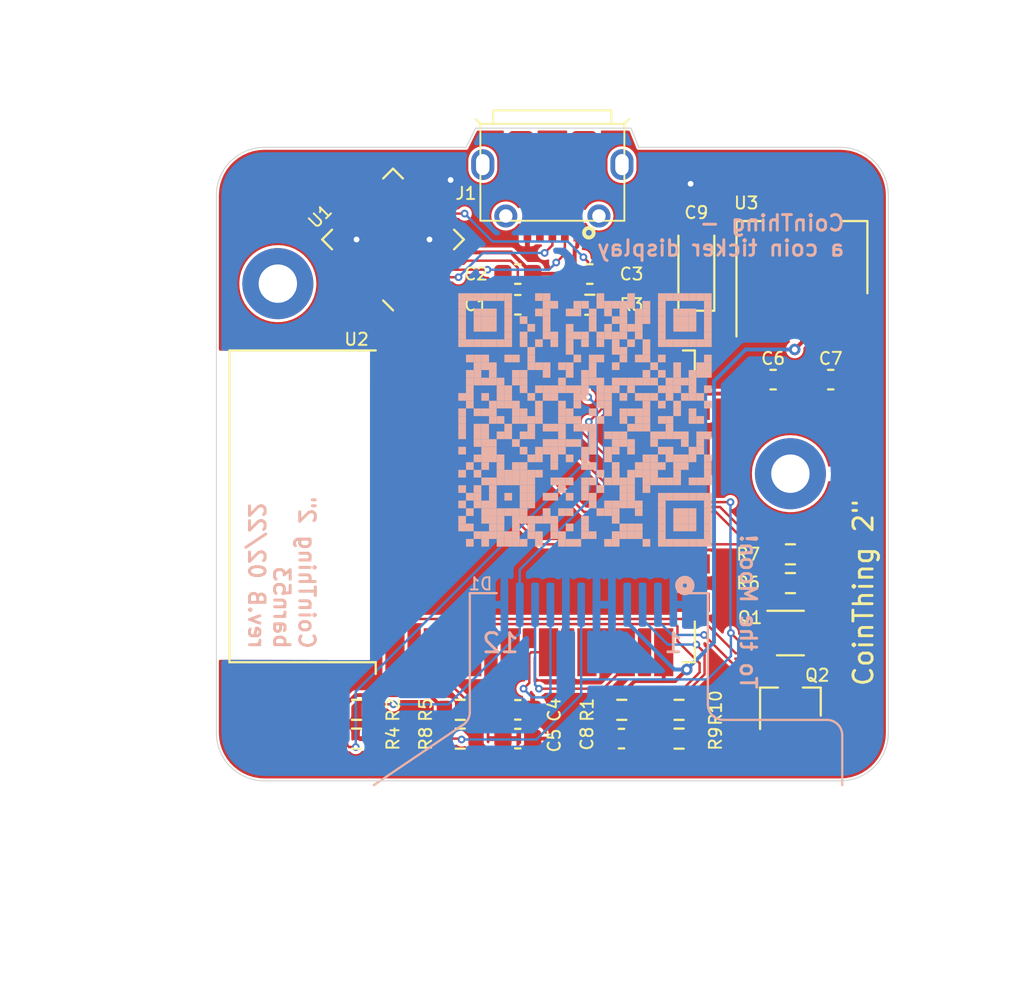
<source format=kicad_pcb>
(kicad_pcb (version 20211014) (generator pcbnew)
  (layers (0 "F.Cu" signal) (31 "B.Cu" signal) (34 "B.Paste" user) (35 "F.Paste" user) (36 "B.SilkS" user "B.Silkscreen") (37 "F.SilkS" user "F.Silkscreen") (38 "B.Mask" user) (39 "F.Mask" user) (44 "Edge.Cuts" user))
  (net 0 "")
  (net 1 "GND")
  (net 2 "/VDD")
  (net 3 "VBUS")
  (net 4 "/~{Reset}")
  (net 5 "+3V3")
  (net 6 "/~{TFT_RES}")
  (net 7 "/TFT_SDA")
  (net 8 "/TFT_SCL")
  (net 9 "/GPIO0")
  (net 10 "/LEDK")
  (net 11 "/D-")
  (net 12 "/D+")
  (net 13 "/RTS")
  (net 14 "/DTR")
  (net 15 "/TFT_BL")
  (net 16 "/TxD")
  (net 17 "/RxD")
  (net 18 "Net-(Q1-Pad2)")
  (net 19 "Net-(Q1-Pad5)")
  (net 20 "/LEDA")
  (net 21 "Net-(Q2-Pad1)")
  (net 22 "Net-(R1-Pad1)")
  (net 23 "Net-(R3-Pad2)")
  (net 24 "Net-(R4-Pad2)")
  (footprint "Capacitor_SMD:C_0603_1608Metric" (layer "F.Cu") (at 160.7 64.2 180)
    (fp_text reference "C1" (at 2.175 0) (layer "F.SilkS") (effects (font (size 0.635 0.635) (thickness 0.1016))))
    (fp_text value "100n")
    (pad "1" smd roundrect locked (at -0.775 0 180) (size 0.9 0.95) (layers "F.Cu" "F.Paste" "F.Mask") (net 2 "/VDD"))
    (pad "2" smd roundrect locked (at 0.775 0 180) (size 0.9 0.95) (layers "F.Cu" "F.Paste" "F.Mask") (net 1 "GND"))
  )
  (footprint "Capacitor_SMD:C_0603_1608Metric" (layer "F.Cu") (at 160.7 62.6 180)
    (fp_text reference "C2" (at 2.175 0) (layer "F.SilkS") (effects (font (size 0.635 0.635) (thickness 0.1016))))
    (fp_text value "4.7u")
    (pad "1" smd roundrect locked (at -0.775 0 180) (size 0.9 0.95) (layers "F.Cu" "F.Paste" "F.Mask") (net 3 "VBUS"))
    (pad "2" smd roundrect locked (at 0.775 0 180) (size 0.9 0.95) (layers "F.Cu" "F.Paste" "F.Mask") (net 1 "GND"))
  )
  (footprint "Capacitor_SMD:C_0603_1608Metric" (layer "F.Cu") (at 164.45 62.6)
    (fp_text reference "C3" (at 2.175 0) (layer "F.SilkS") (effects (font (size 0.635 0.635) (thickness 0.1016))))
    (fp_text value "100n")
    (pad "1" smd roundrect locked (at -0.775 0) (size 0.9 0.95) (layers "F.Cu" "F.Paste" "F.Mask") (net 3 "VBUS"))
    (pad "2" smd roundrect locked (at 0.775 0) (size 0.9 0.95) (layers "F.Cu" "F.Paste" "F.Mask") (net 1 "GND"))
  )
  (footprint "Capacitor_SMD:C_0603_1608Metric" (layer "F.Cu") (at 160.7 85.3)
    (fp_text reference "C4" (at 1.9 0 90) (layer "F.SilkS") (effects (font (size 0.635 0.635) (thickness 0.1016))))
    (fp_text value "100n")
    (pad "1" smd roundrect locked (at -0.775 0) (size 0.9 0.95) (layers "F.Cu" "F.Paste" "F.Mask") (net 4 "/~{Reset}"))
    (pad "2" smd roundrect locked (at 0.775 0) (size 0.9 0.95) (layers "F.Cu" "F.Paste" "F.Mask") (net 1 "GND"))
  )
  (footprint "Capacitor_SMD:C_0603_1608Metric" (layer "F.Cu") (at 160.7 86.8 180)
    (fp_text reference "C5" (at -1.9 -0.1 90) (layer "F.SilkS") (effects (font (size 0.635 0.635) (thickness 0.1016))))
    (fp_text value "100n")
    (pad "1" smd roundrect locked (at -0.775 0 180) (size 0.9 0.95) (layers "F.Cu" "F.Paste" "F.Mask") (net 5 "+3V3"))
    (pad "2" smd roundrect locked (at 0.775 0 180) (size 0.9 0.95) (layers "F.Cu" "F.Paste" "F.Mask") (net 1 "GND"))
  )
  (footprint "Capacitor_SMD:C_0603_1608Metric" (layer "F.Cu") (at 174 68.1 180)
    (fp_text reference "C6" (at 0 1.1) (layer "F.SilkS") (effects (font (size 0.635 0.635) (thickness 0.1016))))
    (fp_text value "1u")
    (pad "1" smd roundrect locked (at -0.775 0 180) (size 0.9 0.95) (layers "F.Cu" "F.Paste" "F.Mask") (net 3 "VBUS"))
    (pad "2" smd roundrect locked (at 0.775 0 180) (size 0.9 0.95) (layers "F.Cu" "F.Paste" "F.Mask") (net 1 "GND"))
  )
  (footprint "Capacitor_SMD:C_0603_1608Metric" (layer "F.Cu") (at 177 68.1)
    (fp_text reference "C7" (at 0 -1.1) (layer "F.SilkS") (effects (font (size 0.635 0.635) (thickness 0.1016))))
    (fp_text value "100n")
    (pad "1" smd roundrect locked (at -0.775 0) (size 0.9 0.95) (layers "F.Cu" "F.Paste" "F.Mask") (net 3 "VBUS"))
    (pad "2" smd roundrect locked (at 0.775 0) (size 0.9 0.95) (layers "F.Cu" "F.Paste" "F.Mask") (net 1 "GND"))
  )
  (footprint "Capacitor_SMD:C_0603_1608Metric" (layer "F.Cu") (at 166.1 86.8 180)
    (fp_text reference "C8" (at 1.8 0 270) (layer "F.SilkS") (effects (font (size 0.635 0.635) (thickness 0.1016))))
    (fp_text value "100n")
    (pad "1" smd roundrect locked (at -0.775 0 180) (size 0.9 0.95) (layers "F.Cu" "F.Paste" "F.Mask") (net 5 "+3V3"))
    (pad "2" smd roundrect locked (at 0.775 0 180) (size 0.9 0.95) (layers "F.Cu" "F.Paste" "F.Mask") (net 1 "GND"))
  )
  (footprint "barn53-kicad:MicroUSB_through_hole_fixing" (layer "F.Cu") (at 162.5 60.1 180)
    (fp_text reference "J1" (at 4.5 1.7 180) (layer "F.SilkS") (effects (font (size 0.635 0.635) (thickness 0.1016))))
    (fp_text value "USB_B_Micro")
    (pad "" thru_hole oval locked (at 3.625 3.2) (size 1.2 1.6) (drill oval 0.7 1.1) (layers *.Cu *.Mask))
    (pad "" thru_hole circle locked (at -2.425 0.525) (size 1.2 1.2) (drill 0.7) (layers *.Cu *.Mask))
    (pad "" thru_hole circle locked (at 2.425 0.525) (size 1.2 1.2) (drill 0.7) (layers *.Cu *.Mask))
    (pad "" thru_hole oval locked (at -3.625 3.2) (size 1.2 1.6) (drill oval 0.7 1.1) (layers *.Cu *.Mask))
    (pad "1" smd rect locked (at -1.3 0 180) (size 0.4 1.6) (layers "F.Cu" "F.Paste" "F.Mask") (net 3 "VBUS"))
    (pad "2" smd rect locked (at -0.65 0 180) (size 0.4 1.6) (layers "F.Cu" "F.Paste" "F.Mask") (net 11 "/D-"))
    (pad "3" smd rect locked (at 0 0 180) (size 0.4 1.6) (layers "F.Cu" "F.Paste" "F.Mask") (net 12 "/D+"))
    (pad "4" smd rect locked (at 0.65 0 180) (size 0.4 1.6) (layers "F.Cu" "F.Paste" "F.Mask"))
    (pad "5" smd rect locked (at 1.3 0 180) (size 0.4 1.6) (layers "F.Cu" "F.Paste" "F.Mask") (net 1 "GND"))
    (pad "6" smd roundrect locked (at 1.65 4.5 180) (size 1.3 0.9) (layers "F.Cu" "F.Paste" "F.Mask") (net 1 "GND"))
    (pad "6" smd roundrect locked (at -1.65 4.5 180) (size 1.3 0.9) (layers "F.Cu" "F.Paste" "F.Mask") (net 1 "GND"))
  )
  (footprint "Package_TO_SOT_SMD:SOT-363_SC-70-6" (layer "F.Cu") (at 174.9 81.3)
    (fp_text reference "Q1" (at -2.1 -0.8) (layer "F.SilkS") (effects (font (size 0.635 0.635) (thickness 0.1016))))
    (fp_text value "BC847BS")
    (pad "1" smd rect locked (at -0.95 -0.65) (size 0.65 0.4) (layers "F.Cu" "F.Paste" "F.Mask") (net 13 "/RTS"))
    (pad "2" smd rect locked (at -0.95 0) (size 0.65 0.4) (layers "F.Cu" "F.Paste" "F.Mask") (net 18 "Net-(Q1-Pad2)"))
    (pad "3" smd rect locked (at -0.95 0.65) (size 0.65 0.4) (layers "F.Cu" "F.Paste" "F.Mask") (net 9 "/GPIO0"))
    (pad "4" smd rect locked (at 0.95 0.65) (size 0.65 0.4) (layers "F.Cu" "F.Paste" "F.Mask") (net 14 "/DTR"))
    (pad "5" smd rect locked (at 0.95 0) (size 0.65 0.4) (layers "F.Cu" "F.Paste" "F.Mask") (net 19 "Net-(Q1-Pad5)"))
    (pad "6" smd rect locked (at 0.95 -0.65) (size 0.65 0.4) (layers "F.Cu" "F.Paste" "F.Mask") (net 4 "/~{Reset}"))
  )
  (footprint "Resistor_SMD:R_0603_1608Metric" (layer "F.Cu") (at 166.116 85.3 180)
    (fp_text reference "R1" (at 1.8 0 90) (layer "F.SilkS") (effects (font (size 0.635 0.635) (thickness 0.1016))))
    (fp_text value "10k")
    (pad "1" smd roundrect locked (at -0.825 0 180) (size 0.8 0.95) (layers "F.Cu" "F.Paste" "F.Mask") (net 22 "Net-(R1-Pad1)"))
    (pad "2" smd roundrect locked (at 0.825 0 180) (size 0.8 0.95) (layers "F.Cu" "F.Paste" "F.Mask") (net 5 "+3V3"))
  )
  (footprint "Resistor_SMD:R_0603_1608Metric" (layer "F.Cu") (at 152.3 85.3 180)
    (fp_text reference "R2" (at -1.9 0 90) (layer "F.SilkS") (effects (font (size 0.635 0.635) (thickness 0.1016))))
    (fp_text value "10k")
    (pad "1" smd roundrect locked (at -0.825 0 180) (size 0.8 0.95) (layers "F.Cu" "F.Paste" "F.Mask") (net 6 "/~{TFT_RES}"))
    (pad "2" smd roundrect locked (at 0.825 0 180) (size 0.8 0.95) (layers "F.Cu" "F.Paste" "F.Mask") (net 5 "+3V3"))
  )
  (footprint "Resistor_SMD:R_0603_1608Metric" (layer "F.Cu") (at 164.45 64.2)
    (fp_text reference "R3" (at 2.175 0) (layer "F.SilkS") (effects (font (size 0.635 0.635) (thickness 0.1016))))
    (fp_text value "10k")
    (pad "1" smd roundrect locked (at -0.825 0) (size 0.8 0.95) (layers "F.Cu" "F.Paste" "F.Mask") (net 2 "/VDD"))
    (pad "2" smd roundrect locked (at 0.825 0) (size 0.8 0.95) (layers "F.Cu" "F.Paste" "F.Mask") (net 23 "Net-(R3-Pad2)"))
  )
  (footprint "Resistor_SMD:R_0603_1608Metric" (layer "F.Cu") (at 152.3 86.8 180)
    (fp_text reference "R4" (at -1.9 0 90) (layer "F.SilkS") (effects (font (size 0.635 0.635) (thickness 0.1016))))
    (fp_text value "10k")
    (pad "1" smd roundrect locked (at -0.825 0 180) (size 0.8 0.95) (layers "F.Cu" "F.Paste" "F.Mask") (net 1 "GND"))
    (pad "2" smd roundrect locked (at 0.825 0 180) (size 0.8 0.95) (layers "F.Cu" "F.Paste" "F.Mask") (net 24 "Net-(R4-Pad2)"))
  )
  (footprint "Resistor_SMD:R_0603_1608Metric" (layer "F.Cu") (at 157.7 85.3 180)
    (fp_text reference "R5" (at 1.8 0 90) (layer "F.SilkS") (effects (font (size 0.635 0.635) (thickness 0.1016))))
    (fp_text value "10k")
    (pad "1" smd roundrect locked (at -0.825 0 180) (size 0.8 0.95) (layers "F.Cu" "F.Paste" "F.Mask") (net 4 "/~{Reset}"))
    (pad "2" smd roundrect locked (at 0.825 0 180) (size 0.8 0.95) (layers "F.Cu" "F.Paste" "F.Mask") (net 5 "+3V3"))
  )
  (footprint "Resistor_SMD:R_0603_1608Metric" (layer "F.Cu") (at 174.9 78.7 180)
    (fp_text reference "R6" (at 2.2 0) (layer "F.SilkS") (effects (font (size 0.635 0.635) (thickness 0.1016))))
    (fp_text value "10k")
    (pad "1" smd roundrect locked (at -0.825 0 180) (size 0.8 0.95) (layers "F.Cu" "F.Paste" "F.Mask") (net 18 "Net-(Q1-Pad2)"))
    (pad "2" smd roundrect locked (at 0.825 0 180) (size 0.8 0.95) (layers "F.Cu" "F.Paste" "F.Mask") (net 14 "/DTR"))
  )
  (footprint "Resistor_SMD:R_0603_1608Metric" (layer "F.Cu") (at 169.1 86.8)
    (fp_text reference "R9" (at 1.9 0 90) (layer "F.SilkS") (effects (font (size 0.635 0.635) (thickness 0.1016))))
    (fp_text value "27")
    (pad "1" smd roundrect locked (at -0.825 0) (size 0.8 0.95) (layers "F.Cu" "F.Paste" "F.Mask") (net 20 "/LEDA"))
    (pad "2" smd roundrect locked (at 0.825 0) (size 0.8 0.95) (layers "F.Cu" "F.Paste" "F.Mask") (net 3 "VBUS"))
  )
  (footprint "Resistor_SMD:R_0603_1608Metric" (layer "F.Cu") (at 169.1 85.3)
    (fp_text reference "R10" (at 1.9 -0.1 90) (layer "F.SilkS") (effects (font (size 0.635 0.635) (thickness 0.1016))))
    (fp_text value "1k")
    (pad "1" smd roundrect locked (at -0.825 0) (size 0.8 0.95) (layers "F.Cu" "F.Paste" "F.Mask") (net 21 "Net-(Q2-Pad1)"))
    (pad "2" smd roundrect locked (at 0.825 0) (size 0.8 0.95) (layers "F.Cu" "F.Paste" "F.Mask") (net 15 "/TFT_BL"))
  )
  (footprint "Package_DFN_QFN:QFN-28-1EP_5x5mm_P0.5mm_EP3.35x3.35mm" (layer "F.Cu") (at 154.2 60.8 135)
    (fp_text reference "U1" (at 3.535534 -1.838478 225) (layer "F.SilkS") (effects (font (size 0.635 0.635) (thickness 0.1016))))
    (fp_text value "CP2102-GMR_NRND")
    (pad "1" smd roundrect locked (at -2.45 -1.5 135) (size 0.8 0.25) (layers "F.Cu" "F.Paste" "F.Mask"))
    (pad "2" smd roundrect locked (at -2.45 -1 135) (size 0.8 0.25) (layers "F.Cu" "F.Paste" "F.Mask"))
    (pad "3" smd roundrect locked (at -2.45 -0.5 135) (size 0.8 0.25) (layers "F.Cu" "F.Paste" "F.Mask") (net 1 "GND"))
    (pad "4" smd roundrect locked (at -2.45 0 135) (size 0.8 0.25) (layers "F.Cu" "F.Paste" "F.Mask") (net 12 "/D+"))
    (pad "5" smd roundrect locked (at -2.45 0.5 135) (size 0.8 0.25) (layers "F.Cu" "F.Paste" "F.Mask") (net 11 "/D-"))
    (pad "6" smd roundrect locked (at -2.45 1 135) (size 0.8 0.25) (layers "F.Cu" "F.Paste" "F.Mask") (net 2 "/VDD"))
    (pad "7" smd roundrect locked (at -2.45 1.5 135) (size 0.8 0.25) (layers "F.Cu" "F.Paste" "F.Mask") (net 3 "VBUS"))
    (pad "8" smd roundrect locked (at -1.5 2.45 135) (size 0.25 0.8) (layers "F.Cu" "F.Paste" "F.Mask") (net 3 "VBUS"))
    (pad "9" smd roundrect locked (at -1 2.45 135) (size 0.25 0.8) (layers "F.Cu" "F.Paste" "F.Mask") (net 23 "Net-(R3-Pad2)"))
    (pad "10" smd roundrect locked (at -0.5 2.45 135) (size 0.25 0.8) (layers "F.Cu" "F.Paste" "F.Mask"))
    (pad "11" smd roundrect locked (at 0 2.45 135) (size 0.25 0.8) (layers "F.Cu" "F.Paste" "F.Mask"))
    (pad "12" smd roundrect locked (at 0.5 2.45 135) (size 0.25 0.8) (layers "F.Cu" "F.Paste" "F.Mask"))
    (pad "13" smd roundrect locked (at 1 2.45 135) (size 0.25 0.8) (layers "F.Cu" "F.Paste" "F.Mask"))
    (pad "14" smd roundrect locked (at 1.5 2.45 135) (size 0.25 0.8) (layers "F.Cu" "F.Paste" "F.Mask"))
    (pad "15" smd roundrect locked (at 2.45 1.5 135) (size 0.8 0.25) (layers "F.Cu" "F.Paste" "F.Mask"))
    (pad "16" smd roundrect locked (at 2.45 1 135) (size 0.8 0.25) (layers "F.Cu" "F.Paste" "F.Mask"))
    (pad "17" smd roundrect locked (at 2.45 0.5 135) (size 0.8 0.25) (layers "F.Cu" "F.Paste" "F.Mask"))
    (pad "18" smd roundrect locked (at 2.45 0 135) (size 0.8 0.25) (layers "F.Cu" "F.Paste" "F.Mask"))
    (pad "19" smd roundrect locked (at 2.45 -0.5 135) (size 0.8 0.25) (layers "F.Cu" "F.Paste" "F.Mask"))
    (pad "20" smd roundrect locked (at 2.45 -1 135) (size 0.8 0.25) (layers "F.Cu" "F.Paste" "F.Mask"))
    (pad "21" smd roundrect locked (at 2.45 -1.5 135) (size 0.8 0.25) (layers "F.Cu" "F.Paste" "F.Mask"))
    (pad "22" smd roundrect locked (at 1.5 -2.45 135) (size 0.25 0.8) (layers "F.Cu" "F.Paste" "F.Mask"))
    (pad "23" smd roundrect locked (at 1 -2.45 135) (size 0.25 0.8) (layers "F.Cu" "F.Paste" "F.Mask"))
    (pad "24" smd roundrect locked (at 0.5 -2.45 135) (size 0.25 0.8) (layers "F.Cu" "F.Paste" "F.Mask") (net 13 "/RTS"))
    (pad "25" smd roundrect locked (at 0 -2.45 135) (size 0.25 0.8) (layers "F.Cu" "F.Paste" "F.Mask") (net 17 "/RxD"))
    (pad "26" smd roundrect locked (at -0.5 -2.45 135) (size 0.25 0.8) (layers "F.Cu" "F.Paste" "F.Mask") (net 16 "/TxD"))
    (pad "27" smd roundrect locked (at -1 -2.45 135) (size 0.25 0.8) (layers "F.Cu" "F.Paste" "F.Mask"))
    (pad "28" smd roundrect locked (at -1.5 -2.45 135) (size 0.25 0.8) (layers "F.Cu" "F.Paste" "F.Mask") (net 14 "/DTR"))
    (pad "29" smd rect locked (at 0 0 135) (size 3.35 3.35) (layers "F.Cu" "F.Mask") (net 1 "GND"))
  )
  (footprint "barn53-kicad:ESP-12E" (layer "F.Cu") (at 157.8 74.7 90)
    (fp_text reference "U2" (at 8.7 -5.5 180) (layer "F.SilkS") (effects (font (size 0.635 0.635) (thickness 0.1016))))
    (fp_text value "ESP-12E")
    (pad "1" smd rect locked (at -7.6 -3.5 90) (size 2.5 1) (layers "F.Cu" "F.Paste" "F.Mask") (net 4 "/~{Reset}"))
    (pad "2" smd rect locked (at -7.6 -1.5 90) (size 2.5 1) (layers "F.Cu" "F.Paste" "F.Mask"))
    (pad "3" smd rect locked (at -7.6 0.5 90) (size 2.5 1) (layers "F.Cu" "F.Paste" "F.Mask") (net 22 "Net-(R1-Pad1)"))
    (pad "4" smd rect locked (at -7.6 2.5 90) (size 2.5 1) (layers "F.Cu" "F.Paste" "F.Mask") (net 4 "/~{Reset}"))
    (pad "5" smd rect locked (at -7.6 4.5 90) (size 2.5 1) (layers "F.Cu" "F.Paste" "F.Mask") (net 8 "/TFT_SCL"))
    (pad "6" smd rect locked (at -7.6 6.5 90) (size 2.5 1) (layers "F.Cu" "F.Paste" "F.Mask"))
    (pad "7" smd rect locked (at -7.6 8.5 90) (size 2.5 1) (layers "F.Cu" "F.Paste" "F.Mask") (net 7 "/TFT_SDA"))
    (pad "8" smd rect locked (at -7.6 10.5 90) (size 2.5 1) (layers "F.Cu" "F.Paste" "F.Mask") (net 5 "+3V3"))
    (pad "9" smd rect locked (at -5 12 90) (size 1 1.8) (layers "F.Cu" "F.Paste" "F.Mask"))
    (pad "10" smd rect locked (at -3 12 90) (size 1 1.8) (layers "F.Cu" "F.Paste" "F.Mask"))
    (pad "11" smd rect locked (at -1 12 90) (size 1 1.8) (layers "F.Cu" "F.Paste" "F.Mask"))
    (pad "12" smd rect locked (at 1 12 90) (size 1 1.8) (layers "F.Cu" "F.Paste" "F.Mask"))
    (pad "13" smd rect locked (at 3 12 90) (size 1 1.8) (layers "F.Cu" "F.Paste" "F.Mask"))
    (pad "14" smd rect locked (at 5 12 90) (size 1 1.8) (layers "F.Cu" "F.Paste" "F.Mask"))
    (pad "15" smd rect locked (at 7.6 10.5 90) (size 2.5 1) (layers "F.Cu" "F.Paste" "F.Mask") (net 1 "GND"))
    (pad "16" smd rect locked (at 7.6 8.5 90) (size 2.5 1) (layers "F.Cu" "F.Paste" "F.Mask") (net 24 "Net-(R4-Pad2)"))
    (pad "17" smd rect locked (at 7.6 6.5 90) (size 2.5 1) (layers "F.Cu" "F.Paste" "F.Mask") (net 6 "/~{TFT_RES}"))
    (pad "18" smd rect locked (at 7.6 4.5 90) (size 2.5 1) (layers "F.Cu" "F.Paste" "F.Mask") (net 9 "/GPIO0"))
    (pad "19" smd rect locked (at 7.6 2.5 90) (size 2.5 1) (layers "F.Cu" "F.Paste" "F.Mask") (net 15 "/TFT_BL"))
    (pad "20" smd rect locked (at 7.6 0.5 90) (size 2.5 1) (layers "F.Cu" "F.Paste" "F.Mask"))
    (pad "21" smd rect locked (at 7.6 -1.5 90) (size 2.5 1) (layers "F.Cu" "F.Paste" "F.Mask") (net 16 "/TxD"))
    (pad "22" smd rect locked (at 7.6 -3.5 90) (size 2.5 1) (layers "F.Cu" "F.Paste" "F.Mask") (net 17 "/RxD"))
  )
  (footprint "Package_TO_SOT_SMD:SOT-223-3_TabPin2" (layer "F.Cu") (at 175.5 61.75 90)
    (fp_text reference "U3" (at 2.85 -2.9 180) (layer "F.SilkS") (effects (font (size 0.635 0.635) (thickness 0.1016))))
    (fp_text value "AMS1117-3.3")
    (pad "1" smd rect locked (at -3.15 -2.3 90) (size 2 1.5) (layers "F.Cu" "F.Paste" "F.Mask") (net 1 "GND"))
    (pad "2" smd rect locked (at -3.15 0 90) (size 2 1.5) (layers "F.Cu" "F.Paste" "F.Mask") (net 5 "+3V3"))
    (pad "2" smd rect locked (at 3.15 0 90) (size 2 3.8) (layers "F.Cu" "F.Paste" "F.Mask") (net 5 "+3V3"))
    (pad "3" smd rect locked (at -3.15 2.3 90) (size 2 1.5) (layers "F.Cu" "F.Paste" "F.Mask") (net 3 "VBUS"))
  )
  (footprint "Package_TO_SOT_SMD:SOT-23" (layer "F.Cu") (at 174.9 84.9 90)
    (fp_text reference "Q2" (at 1.4 1.4) (layer "F.SilkS") (effects (font (size 0.635 0.635) (thickness 0.1016))))
    (fp_text value "S8050_J3Y")
    (pad "1" smd rect locked (at -1 -0.95 90) (size 0.9 0.8) (layers "F.Cu" "F.Paste" "F.Mask") (net 21 "Net-(Q2-Pad1)"))
    (pad "2" smd rect locked (at -1 0.95 90) (size 0.9 0.8) (layers "F.Cu" "F.Paste" "F.Mask") (net 1 "GND"))
    (pad "3" smd rect locked (at 1 0 90) (size 0.9 0.8) (layers "F.Cu" "F.Paste" "F.Mask") (net 10 "/LEDK"))
  )
  (footprint "MountingHole" (layer "F.Cu") (at 144.7 62.3)
    (fp_text reference "h1" hide)
    (fp_text value "MountingHole" hide)
    (pad "" thru_hole circle locked (at 3.5 0.8) (size 3.7 3.7) (drill 2) (layers *.Cu *.Mask))
  )
  (footprint "MountingHole" (layer "F.Cu") (at 171.4 72.2)
    (fp_text reference "h2" hide)
    (fp_text value "MountingHole" hide)
    (pad "" thru_hole circle locked (at 3.5 0.8) (size 3.7 3.7) (drill 2) (layers *.Cu *.Mask))
  )
  (footprint "barn53-kicad:IPS_Display_240x320_FPC_105deg" (layer "F.Cu") (at 168.8 79.823)
    (fp_text reference "D1" (at -10.05 -1.083) (layer "B.SilkS") (effects (font (size 0.635 0.635) (thickness 0.1016)) (justify mirror)))
    (fp_text value "IPSDisplay_240x320")
    (fp_text user "1" (at 0 2) (layer "B.SilkS") (effects (justify mirror)))
    (fp_text user "12" (at -9 2) (layer "B.SilkS") (effects (justify mirror)))
    (pad "1" smd roundrect locked (at 0 0) (size 0.4 2.3) (layers "B.Cu" "B.Paste" "B.Mask") (net 1 "GND"))
    (pad "2" smd roundrect locked (at -0.8 0) (size 0.4 2.3) (layers "B.Cu" "B.Paste" "B.Mask") (net 10 "/LEDK"))
    (pad "3" smd roundrect locked (at -1.6 0) (size 0.4 2.3) (layers "B.Cu" "B.Paste" "B.Mask") (net 20 "/LEDA"))
    (pad "4" smd roundrect locked (at -2.4 0) (size 0.4 2.3) (layers "B.Cu" "B.Paste" "B.Mask") (net 5 "+3V3"))
    (pad "5" smd roundrect locked (at -3.2 0) (size 0.4 2.3) (layers "B.Cu" "B.Paste" "B.Mask") (net 1 "GND"))
    (pad "6" smd roundrect locked (at -4 0) (size 0.4 2.3) (layers "B.Cu" "B.Paste" "B.Mask") (net 1 "GND"))
    (pad "7" smd roundrect locked (at -4.8 0) (size 0.4 2.3) (layers "B.Cu" "B.Paste" "B.Mask") (net 9 "/GPIO0"))
    (pad "8" smd roundrect locked (at -5.6 0) (size 0.4 2.3) (layers "B.Cu" "B.Paste" "B.Mask") (net 1 "GND"))
    (pad "9" smd roundrect locked (at -6.4 0) (size 0.4 2.3) (layers "B.Cu" "B.Paste" "B.Mask") (net 8 "/TFT_SCL"))
    (pad "10" smd roundrect locked (at -7.2 0) (size 0.4 2.3) (layers "B.Cu" "B.Paste" "B.Mask") (net 7 "/TFT_SDA"))
    (pad "11" smd roundrect locked (at -8 0) (size 0.4 2.3) (layers "B.Cu" "B.Paste" "B.Mask") (net 6 "/~{TFT_RES}"))
    (pad "12" smd roundrect locked (at -8.8 0) (size 0.4 2.3) (layers "B.Cu" "B.Paste" "B.Mask") (net 1 "GND"))
  )
  (footprint "Resistor_SMD:R_0603_1608Metric" (layer "F.Cu") (at 157.7 86.8)
    (fp_text reference "R8" (at -1.8 0 90) (layer "F.SilkS") (effects (font (size 0.635 0.635) (thickness 0.1016))))
    (fp_text value "10k")
    (pad "1" smd roundrect locked (at -0.825 0) (size 0.8 0.95) (layers "F.Cu" "F.Paste" "F.Mask") (net 9 "/GPIO0"))
    (pad "2" smd roundrect locked (at 0.825 0) (size 0.8 0.95) (layers "F.Cu" "F.Paste" "F.Mask") (net 5 "+3V3"))
  )
  (footprint "Capacitor_Tantalum_SMD:CP_EIA-3216-18_Kemet-A" (layer "F.Cu") (at 170 62.2 90)
    (fp_text reference "C9" (at 2.8 0) (layer "F.SilkS") (effects (font (size 0.635 0.635) (thickness 0.1016))))
    (fp_text value "22u")
    (pad "1" smd roundrect locked (at -1.35 0 90) (size 1.4 1.35) (layers "F.Cu" "F.Paste" "F.Mask") (roundrect_rratio 0.185185) (net 5 "+3V3"))
    (pad "2" smd roundrect locked (at 1.35 0 90) (size 1.4 1.35) (layers "F.Cu" "F.Paste" "F.Mask") (roundrect_rratio 0.185185) (net 1 "GND"))
  )
  (footprint "Resistor_SMD:R_0603_1608Metric" (layer "F.Cu") (at 174.9 77.2)
    (fp_text reference "R7" (at -2.2 0) (layer "F.SilkS") (effects (font (size 0.635 0.635) (thickness 0.1016))))
    (fp_text value "10k")
    (pad "1" smd roundrect locked (at -0.825 0) (size 0.8 0.95) (layers "F.Cu" "F.Paste" "F.Mask") (net 13 "/RTS"))
    (pad "2" smd roundrect locked (at 0.825 0) (size 0.8 0.95) (layers "F.Cu" "F.Paste" "F.Mask") (net 19 "Net-(Q1-Pad5)"))
  )
  (footprint "https:__github.com_barn53_CoinThing_tree_2inch" (layer "B.Cu") (at 164.2 70.2 180)
    (fp_text reference "QR*****" hide)
    (fp_text value "https://github.com/barn53/CoinThing/tree/2inch" hide)
  )
  (gr_line (start 145 86.5) (end 145 58.5) (layer "Edge.Cuts") (width 0.05))
  (gr_line (start 156.95 56) (end 147.5 56) (layer "Edge.Cuts") (width 0.05))
  (gr_line (start 158 56) (end 156.95 56) (layer "Edge.Cuts") (width 0.05))
  (gr_line (start 180 58.5) (end 180 86.5) (layer "Edge.Cuts") (width 0.05))
  (gr_arc (start 177.5 56) (mid 179.267767 56.732233) (end 180 58.5) (layer "Edge.Cuts") (width 0.05))
  (gr_line (start 158.5 55) (end 166.6 55) (layer "Edge.Cuts") (width 0.05))
  (gr_line (start 177.5 56) (end 168.05 56) (layer "Edge.Cuts") (width 0.05))
  (gr_line (start 167 56) (end 168.05 56) (layer "Edge.Cuts") (width 0.05))
  (gr_arc (start 147.5 89) (mid 145.732233 88.267767) (end 145 86.5) (layer "Edge.Cuts") (width 0.05))
  (gr_arc (start 145 58.5) (mid 145.732233 56.732233) (end 147.5 56) (layer "Edge.Cuts") (width 0.05))
  (gr_arc (start 180 86.5) (mid 179.267767 88.267767) (end 177.5 89) (layer "Edge.Cuts") (width 0.05))
  (gr_line (start 158.5 55) (end 158 56) (layer "Edge.Cuts") (width 0.05))
  (gr_line (start 166.6 55) (end 167 56) (layer "Edge.Cuts") (width 0.05))
  (gr_line (start 177.5 89) (end 147.5 89) (layer "Edge.Cuts") (width 0.05))
  (gr_text "CoinThing -\na coin ticker display" (at 177.8 60.6) (layer "B.SilkS") (effects (font (size 0.8128 0.8128) (thickness 0.1524)) (justify left mirror)))
  (gr_text "CoinThing 2{dblquote}\nbarn53\nrev.B 02/22" (at 148.4 82.2 -90) (layer "B.SilkS") (effects (font (size 0.8128 0.8128) (thickness 0.1524)) (justify left mirror)))
  (gr_text "To the Moon!" (at 172.7 84.3 270) (layer "B.SilkS") (effects (font (size 0.8128 0.8128) (thickness 0.1524)) (justify left mirror)))
  (gr_text "CoinThing 2\"" (at 178.7 79.2 90) (layer "F.SilkS") (effects (font (size 1 1))))
  (segment (start 154.2 61.507107) (end 154.2 60.8) (width 0.2032) (layer "F.Cu") (net 1))
  (segment (start 155.578858 62.885965) (end 154.2 61.507107) (width 0.2032) (layer "F.Cu") (net 1))
  (via (at 156.1 60.8) (size 0.6) (drill 0.3) (layers "F.Cu" "B.Cu") (net 1))
  (via (at 169.7 57.9) (size 0.6) (drill 0.3) (layers "F.Cu" "B.Cu") (net 1))
  (via (at 157.2 57.7) (size 0.6) (drill 0.3) (layers "F.Cu" "B.Cu") (net 1))
  (via (at 152.3 60.8) (size 0.6) (drill 0.3) (layers "F.Cu" "B.Cu") (net 1))
  (segment (start 160.7 63.425) (end 161.475 64.2) (width 0.127) (layer "F.Cu") (net 2))
  (segment (start 156.8741 62.0599) (end 157.8744 62.0599) (width 0.127) (layer "F.Cu") (net 2))
  (segment (start 157.8744 62.0599) (end 158.0303 61.904) (width 0.127) (layer "F.Cu") (net 2))
  (segment (start 160.7 62.2745) (end 160.7 63.425) (width 0.127) (layer "F.Cu") (net 2))
  (segment (start 158.0303 61.904) (end 160.3295 61.904) (width 0.127) (layer "F.Cu") (net 2))
  (segment (start 163.625 64.2) (end 161.475 64.2) (width 0.127) (layer "F.Cu") (net 2))
  (segment (start 160.3295 61.904) (end 160.7 62.2745) (width 0.127) (layer "F.Cu") (net 2))
  (segment (start 156.6395 61.8253) (end 156.8741 62.0599) (width 0.127) (layer "F.Cu") (net 2))
  (segment (start 161.488 62.587) (end 161.475 62.6) (width 0.2032) (layer "F.Cu") (net 3))
  (segment (start 166.996489 65.596489) (end 165.490489 65.596489) (width 0.2032) (layer "F.Cu") (net 3))
  (segment (start 163.8 61.1543) (end 163.662 61.2923) (width 0.2032) (layer "F.Cu") (net 3))
  (segment (start 156.9931 61.4718) (end 156.9931 60.1282) (width 0.2032) (layer "F.Cu") (net 3))
  (segment (start 177.8 64.9) (end 177.8 66.525) (width 0.2032) (layer "F.Cu") (net 3))
  (segment (start 174.775 68.1) (end 174.04648 68.82852) (width 0.2032) (layer "F.Cu") (net 3))
  (segment (start 163.8 60.1) (end 163.8 61.1543) (width 0.2032) (layer "F.Cu") (net 3))
  (segment (start 177.8 66.525) (end 176.225 68.1) (width 0.2032) (layer "F.Cu") (net 3))
  (segment (start 174.04648 68.82852) (end 167.771498 68.82852) (width 0.2032) (layer "F.Cu") (net 3))
  (segment (start 174.2957 86.8) (end 174.7743 86.3214) (width 0.2032) (layer "F.Cu") (net 3))
  (segment (start 160.3468 61.4718) (end 161.475 62.6) (width 0.2032) (layer "F.Cu") (net 3))
  (segment (start 176.225 68.1) (end 174.775 68.1) (width 0.2032) (layer "F.Cu") (net 3))
  (segment (start 163.662 62.587) (end 161.488 62.587) (width 0.2032) (layer "F.Cu") (net 3))
  (segment (start 167.546489 68.603511) (end 167.546489 66.146489) (width 0.2032) (layer "F.Cu") (net 3))
  (segment (start 174.7743 85.642) (end 177.2384 83.1779) (width 0.2032) (layer "F.Cu") (net 3))
  (segment (start 156.9931 61.4718) (end 160.3468 61.4718) (width 0.2032) (layer "F.Cu") (net 3))
  (segment (start 167.546489 66.146489) (end 166.996489 65.596489) (width 0.2032) (layer "F.Cu") (net 3))
  (segment (start 164.576 64.682) (end 164.576 63.501) (width 0.2032) (layer "F.Cu") (net 3))
  (segment (start 164.576 63.501) (end 163.675 62.6) (width 0.2032) (layer "F.Cu") (net 3))
  (segment (start 167.771498 68.82852) (end 167.546489 68.603511) (width 0.2032) (layer "F.Cu") (net 3))
  (segment (start 169.925 86.8) (end 174.2957 86.8) (width 0.2032) (layer "F.Cu") (net 3))
  (segment (start 165.490489 65.596489) (end 164.576 64.682) (width 0.2032) (layer "F.Cu") (net 3))
  (segment (start 177.2384 83.1779) (end 177.2384 69.1134) (width 0.2032) (layer "F.Cu") (net 3))
  (segment (start 177.2384 69.1134) (end 176.225 68.1) (width 0.2032) (layer "F.Cu") (net 3))
  (segment (start 163.662 62.587) (end 163.675 62.6) (width 0.2032) (layer "F.Cu") (net 3))
  (segment (start 174.7743 86.3214) (end 174.7743 85.642) (width 0.2032) (layer "F.Cu") (net 3))
  (segment (start 163.662 61.2923) (end 163.662 62.587) (width 0.2032) (layer "F.Cu") (net 3))
  (segment (start 160.3 82.9568) (end 160.3 83.7408) (width 0.127) (layer "F.Cu") (net 4))
  (segment (start 155.2818 80.5682) (end 154.3 81.55) (width 0.127) (layer "F.Cu") (net 4))
  (segment (start 175.3342 80.65) (end 175.3342 81.3645) (width 0.127) (layer "F.Cu") (net 4))
  (segment (start 174.3455 82.3532) (end 172.0532 82.3532) (width 0.127) (layer "F.Cu") (net 4))
  (segment (start 157.3318 80.5682) (end 155.2818 80.5682) (width 0.127) (layer "F.Cu") (net 4))
  (segment (start 172.0532 82.3532) (end 170.2682 80.5682) (width 0.127) (layer "F.Cu") (net 4))
  (segment (start 170.2682 80.5682) (end 157.3318 80.5682) (width 0.127) (layer "F.Cu") (net 4))
  (segment (start 157.2 83.975) (end 158.525 85.3) (width 0.127) (layer "F.Cu") (net 4))
  (segment (start 160.3 82.9568) (end 160.3 82.3) (width 0.127) (layer "F.Cu") (net 4))
  (segment (start 154.3 81.55) (end 154.3 82.3) (width 0.127) (layer "F.Cu") (net 4))
  (segment (start 157.2 80.7) (end 157.2 83.975) (width 0.127) (layer "F.Cu") (net 4))
  (segment (start 175.3342 81.3645) (end 174.3455 82.3532) (width 0.127) (layer "F.Cu") (net 4))
  (segment (start 159.925 85.3) (end 158.525 85.3) (width 0.127) (layer "F.Cu") (net 4))
  (segment (start 159.925 85.3) (end 159.925 84.1158) (width 0.127) (layer "F.Cu") (net 4))
  (segment (start 175.85 80.65) (end 175.3342 80.65) (width 0.127) (layer "F.Cu") (net 4))
  (segment (start 159.925 84.1158) (end 160.3 83.7408) (width 0.127) (layer "F.Cu") (net 4))
  (segment (start 157.3318 80.5682) (end 157.2 80.7) (width 0.127) (layer "F.Cu") (net 4))
  (segment (start 165.291 85.3) (end 163.791 86.8) (width 0.2032) (layer "F.Cu") (net 5))
  (segment (start 158.375 86.8) (end 156.875 85.3) (width 0.2032) (layer "F.Cu") (net 5))
  (segment (start 166.791 86.8) (end 165.291 85.3) (width 0.2032) (layer "F.Cu") (net 5))
  (segment (start 156.875 85.3) (end 156.1081 84.5331) (width 0.2032) (layer "F.Cu") (net 5))
  (segment (start 175.5 64.9) (end 175.5 66.1543) (width 0.2032) (layer "F.Cu") (net 5))
  (segment (start 175.5 64.9) (end 174.4957 64.9) (width 0.2032) (layer "F.Cu") (net 5))
  (segment (start 173.3457 63.55) (end 173.3457 58.6) (width 0.2032) (layer "F.Cu") (net 5))
  (segment (start 174.4957 64.0212) (end 174.4957 64.9) (width 0.2032) (layer "F.Cu") (net 5))
  (segment (start 168.8957 83.8043) (end 169.5 83.2) (width 0.2032) (layer "F.Cu") (net 5))
  (segment (start 166.875 86.8) (end 166.791 86.8) (width 0.2032) (layer "F.Cu") (net 5))
  (segment (start 173.3457 63.55) (end 174.0245 63.55) (width 0.2032) (layer "F.Cu") (net 5))
  (segment (start 174.0245 63.55) (end 174.4957 64.0212) (width 0.2032) (layer "F.Cu") (net 5))
  (segment (start 168.3 83.8043) (end 166.7867 83.8043) (width 0.2032) (layer "F.Cu") (net 5))
  (segment (start 160.7276 87.5474) (end 161.475 86.8) (width 0.2032) (layer "F.Cu") (net 5))
  (segment (start 175.5 58.6) (end 173.3457 58.6) (width 0.2032) (layer "F.Cu") (net 5))
  (segment (start 168.3 82.3) (end 168.3 83.8043) (width 0.2032) (layer "F.Cu") (net 5))
  (segment (start 175.1234 66.5309) (end 175.5 66.1543) (width 0.2032) (layer "F.Cu") (net 5))
  (segment (start 156.1081 84.5331) (end 152.2419 84.5331) (width 0.2032) (layer "F.Cu") (net 5))
  (segment (start 152.2419 84.5331) (end 151.475 85.3) (width 0.2032) (layer "F.Cu") (net 5))
  (segment (start 166.7867 83.8043) (end 165.291 85.3) (width 0.2032) (layer "F.Cu") (net 5))
  (segment (start 168.3 83.8043) (end 168.8957 83.8043) (width 0.2032) (layer "F.Cu") (net 5))
  (segment (start 158.525 86.8) (end 159.2724 87.5474) (width 0.2032) (layer "F.Cu") (net 5))
  (segment (start 170 63.55) (end 173.3457 63.55) (width 0.2032) (layer "F.Cu") (net 5))
  (segment (start 158.525 86.8) (end 158.375 86.8) (width 0.2032) (layer "F.Cu") (net 5))
  (segment (start 159.2724 87.5474) (end 160.7276 87.5474) (width 0.2032) (layer "F.Cu") (net 5))
  (segment (start 163.791 86.8) (end 161.475 86.8) (width 0.2032) (layer "F.Cu") (net 5))
  (via (at 175.1234 66.5309) (size 0.6) (drill 0.3) (layers "F.Cu" "B.Cu") (net 5))
  (via (at 169.5 83.2) (size 0.6) (drill 0.3) (layers "F.Cu" "B.Cu") (net 5))
  (segment (start 166.4 79.823) (end 166.4 80.7454) (width 0.2032) (layer "B.Cu") (net 5))
  (segment (start 170.9201 68.1799) (end 170.9201 81.7799) (width 0.2032) (layer "B.Cu") (net 5))
  (segment (start 166.4 80.7454) (end 168.8546 83.2) (width 0.2032) (layer "B.Cu") (net 5))
  (segment (start 172.5691 66.5309) (end 170.9201 68.1799) (width 0.2032) (layer "B.Cu") (net 5))
  (segment (start 168.8546 83.2) (end 169.5 83.2) (width 0.2032) (layer "B.Cu") (net 5))
  (segment (start 170.9201 81.7799) (end 169.5 83.2) (width 0.2032) (layer "B.Cu") (net 5))
  (segment (start 175.1234 66.5309) (end 172.5691 66.5309) (width 0.2032) (layer "B.Cu") (net 5))
  (segment (start 164.3 67.1) (end 164.3 68.9398) (width 0.127) (layer "F.Cu") (net 6))
  (segment (start 153.412 85.013) (end 154.2183 85.013) (width 0.127) (layer "F.Cu") (net 6))
  (segment (start 153.125 85.3) (end 153.412 85.013) (width 0.127) (layer "F.Cu") (net 6))
  (segment (start 164.3 68.9398) (end 164.3697 69.0095) (width 0.127) (layer "F.Cu") (net 6))
  (via (at 154.2183 85.013) (size 0.4) (drill 0.2) (layers "F.Cu" "B.Cu") (net 6))
  (via (at 164.3697 69.0095) (size 0.4) (drill 0.2) (layers "F.Cu" "B.Cu") (net 6))
  (segment (start 160.8 79.823) (end 160.8 81.3) (width 0.127) (layer "B.Cu") (net 6))
  (segment (start 164.813001 73.986999) (end 160.8 78) (width 0.127) (layer "B.Cu") (net 6))
  (segment (start 160.8 78) (end 160.8 79.823) (width 0.127) (layer "B.Cu") (net 6))
  (segment (start 157.087 85.013) (end 154.2183 85.013) (width 0.127) (layer "B.Cu") (net 6))
  (segment (start 164.813001 69.452801) (end 164.813001 73.986999) (width 0.127) (layer "B.Cu") (net 6))
  (segment (start 160.8 81.3) (end 157.087 85.013) (width 0.127) (layer "B.Cu") (net 6))
  (segment (start 164.3697 69.0095) (end 164.813001 69.452801) (width 0.127) (layer "B.Cu") (net 6))
  (segment (start 165.15 84.2) (end 161.8 84.2) (width 0.127) (layer "F.Cu") (net 7))
  (segment (start 166.3 83.05) (end 165.15 84.2) (width 0.127) (layer "F.Cu") (net 7))
  (segment (start 166.3 82.3) (end 166.3 83.05) (width 0.127) (layer "F.Cu") (net 7))
  (via (at 161.8 84.2) (size 0.4) (drill 0.2) (layers "F.Cu" "B.Cu") (net 7))
  (segment (start 161.6 79.823) (end 161.6 84) (width 0.127) (layer "B.Cu") (net 7))
  (segment (start 161.6 84) (end 161.8 84.2) (width 0.127) (layer "B.Cu") (net 7))
  (segment (start 161.3 82.4) (end 161.4 82.3) (width 0.127) (layer "F.Cu") (net 8))
  (segment (start 161.3 83.9) (end 161.3 82.4) (width 0.127) (layer "F.Cu") (net 8))
  (segment (start 161.4 82.3) (end 162.3 82.3) (width 0.127) (layer "F.Cu") (net 8))
  (segment (start 161 84.2) (end 161.3 83.9) (width 0.127) (layer "F.Cu") (net 8))
  (via (at 161 84.2) (size 0.4) (drill 0.2) (layers "F.Cu" "B.Cu") (net 8))
  (segment (start 162.1465 84.6522) (end 161.4522 84.6522) (width 0.127) (layer "B.Cu") (net 8))
  (segment (start 162.4 79.823) (end 162.4 84.3987) (width 0.127) (layer "B.Cu") (net 8))
  (segment (start 161.4522 84.6522) (end 161 84.2) (width 0.127) (layer "B.Cu") (net 8))
  (segment (start 162.4 84.3987) (end 162.1465 84.6522) (width 0.127) (layer "B.Cu") (net 8))
  (segment (start 171.7764 74.4806) (end 167.696527 74.4806) (width 0.127) (layer "F.Cu") (net 9))
  (segment (start 156.875 86.8) (end 157.7251 86.8) (width 0.127) (layer "F.Cu") (net 9))
  (segment (start 172.45 81.95) (end 171.8 81.3) (width 0.127) (layer "F.Cu") (net 9))
  (segment (start 173.95 81.95) (end 172.45 81.95) (width 0.127) (layer "F.Cu") (net 9))
  (segment (start 167.696527 74.4806) (end 162.3 69.084073) (width 0.127) (layer "F.Cu") (net 9))
  (segment (start 157.7251 86.8) (end 157.7702 86.8451) (width 0.127) (layer "F.Cu") (net 9))
  (segment (start 162.3 69.084073) (end 162.3 67.1) (width 0.127) (layer "F.Cu") (net 9))
  (via (at 171.7764 74.4806) (size 0.4) (drill 0.2) (layers "F.Cu" "B.Cu") (net 9))
  (via (at 171.8 81.3) (size 0.4) (drill 0.2) (layers "F.Cu" "B.Cu") (net 9))
  (via (at 157.7702 86.8451) (size 0.4) (drill 0.2) (layers "F.Cu" "B.Cu") (net 9))
  (segment (start 164.020701 83.715401) (end 170.584599 83.715401) (width 0.127) (layer "B.Cu") (net 9))
  (segment (start 170.584599 83.715401) (end 171.8 82.5) (width 0.127) (layer "B.Cu") (net 9))
  (segment (start 164 83.6947) (end 164.020701 83.715401) (width 0.127) (layer "B.Cu") (net 9))
  (segment (start 171.8 82.5) (end 171.8 81.3) (width 0.127) (layer "B.Cu") (net 9))
  (segment (start 157.7702 86.8451) (end 161.6713 86.8451) (width 0.127) (layer "B.Cu") (net 9))
  (segment (start 161.6713 86.8451) (end 164 84.5164) (width 0.127) (layer "B.Cu") (net 9))
  (segment (start 164 84.5164) (end 164 83.6947) (width 0.127) (layer "B.Cu") (net 9))
  (segment (start 171.7764 81.2764) (end 171.8 81.3) (width 0.127) (layer "B.Cu") (net 9))
  (segment (start 164 83.6947) (end 164 79.823) (width 0.127) (layer "B.Cu") (net 9))
  (segment (start 171.7764 74.4806) (end 171.7764 81.2764) (width 0.127) (layer "B.Cu") (net 9))
  (segment (start 174.9 83.9) (end 172.9 83.9) (width 0.127) (layer "F.Cu") (net 10))
  (segment (start 172.9 83.9) (end 170.4 81.4) (width 0.127) (layer "F.Cu") (net 10))
  (via (at 170.4 81.4) (size 0.4) (drill 0.2) (layers "F.Cu" "B.Cu") (net 10))
  (segment (start 168.7404 81.4) (end 170.4 81.4) (width 0.127) (layer "B.Cu") (net 10))
  (segment (start 168 79.823) (end 168 80.6596) (width 0.127) (layer "B.Cu") (net 10))
  (segment (start 168 80.6596) (end 168.7404 81.4) (width 0.127) (layer "B.Cu") (net 10))
  (segment (start 156.4818 62.3747) (end 159.1165 62.3747) (width 0.127) (layer "F.Cu") (net 11))
  (segment (start 156.286 62.1789) (end 156.4818 62.3747) (width 0.127) (layer "F.Cu") (net 11))
  (segment (start 163.15 61.55) (end 162.7 62) (width 0.127) (layer "F.Cu") (net 11))
  (segment (start 163.15 60.1) (end 163.15 61.55) (width 0.127) (layer "F.Cu") (net 11))
  (via (at 159.1165 62.3747) (size 0.4) (drill 0.2) (layers "F.Cu" "B.Cu") (net 11))
  (via (at 162.7 62) (size 0.4) (drill 0.2) (layers "F.Cu" "B.Cu") (net 11))
  (segment (start 162.3253 62.3747) (end 162.7 62) (width 0.127) (layer "B.Cu") (net 11))
  (segment (start 159.1165 62.3747) (end 162.3253 62.3747) (width 0.127) (layer "B.Cu") (net 11))
  (segment (start 162.5 61.1) (end 162.1 61.5) (width 0.127) (layer "F.Cu") (net 12))
  (segment (start 155.9324 62.5324) (end 156.1655 62.7655) (width 0.127) (layer "F.Cu") (net 12))
  (segment (start 156.1655 62.7655) (end 157.6114 62.7655) (width 0.127) (layer "F.Cu") (net 12))
  (segment (start 162.5 60.1) (end 162.5 61.1) (width 0.127) (layer "F.Cu") (net 12))
  (via (at 162.1 61.5) (size 0.4) (drill 0.2) (layers "F.Cu" "B.Cu") (net 12))
  (via (at 157.6114 62.7655) (size 0.4) (drill 0.2) (layers "F.Cu" "B.Cu") (net 12))
  (segment (start 158.8769 61.5) (end 162.1 61.5) (width 0.127) (layer "B.Cu") (net 12))
  (segment (start 157.6114 62.7655) (end 158.8769 61.5) (width 0.127) (layer "B.Cu") (net 12))
  (segment (start 173.4342 77.8408) (end 173.4342 80.65) (width 0.127) (layer "F.Cu") (net 13))
  (segment (start 153.1909 68.0127) (end 161.8543 76.6761) (width 0.127) (layer "F.Cu") (net 13))
  (segment (start 153.1909 65.1607) (end 153.1909 68.0127) (width 0.127) (layer "F.Cu") (net 13))
  (segment (start 161.8543 76.6761) (end 172.2695 76.6761) (width 0.127) (layer "F.Cu") (net 13))
  (segment (start 151.9286 62.3643) (end 151.9286 63.8984) (width 0.127) (layer "F.Cu") (net 13))
  (segment (start 152.114 62.1789) (end 151.9286 62.3643) (width 0.127) (layer "F.Cu") (net 13))
  (segment (start 173.95 80.65) (end 173.4342 80.65) (width 0.127) (layer "F.Cu") (net 13))
  (segment (start 174.075 77.2) (end 173.4342 77.8408) (width 0.127) (layer "F.Cu") (net 13))
  (segment (start 151.9286 63.8984) (end 153.1909 65.1607) (width 0.127) (layer "F.Cu") (net 13))
  (segment (start 172.2695 76.6761) (end 173.4342 77.8408) (width 0.127) (layer "F.Cu") (net 13))
  (segment (start 174.7255 78.0495) (end 174.075 78.7) (width 0.127) (layer "F.Cu") (net 14))
  (segment (start 175.0027 76.5333) (end 174.7255 76.8105) (width 0.127) (layer "F.Cu") (net 14))
  (segment (start 156.9909 65.7203) (end 156.9909 67.8358) (width 0.127) (layer "F.Cu") (net 14))
  (segment (start 174.2021 76.2871) (end 174.7255 76.8105) (width 0.127) (layer "F.Cu") (net 14))
  (segment (start 174.7255 76.8105) (end 174.7255 78.0495) (width 0.127) (layer "F.Cu") (net 14))
  (segment (start 172.3131 76.2871) (end 174.2021 76.2871) (width 0.127) (layer "F.Cu") (net 14))
  (segment (start 153.5282 63.5931) (end 155.0484 65.1133) (width 0.127) (layer "F.Cu") (net 14))
  (segment (start 175.85 81.95) (end 176.3658 81.95) (width 0.127) (layer "F.Cu") (net 14))
  (segment (start 176.3658 81.95) (end 176.6609 81.6549) (width 0.127) (layer "F.Cu") (net 14))
  (segment (start 155.0484 65.1133) (end 156.3839 65.1133) (width 0.127) (layer "F.Cu") (net 14))
  (segment (start 156.3839 65.1133) (end 156.9909 65.7203) (width 0.127) (layer "F.Cu") (net 14))
  (segment (start 171.0154 74.9894) (end 172.3131 76.2871) (width 0.127) (layer "F.Cu") (net 14))
  (segment (start 164.1445 74.9894) (end 171.0154 74.9894) (width 0.127) (layer "F.Cu") (net 14))
  (segment (start 156.9909 67.8358) (end 164.1445 74.9894) (width 0.127) (layer "F.Cu") (net 14))
  (segment (start 176.6609 77.0857) (end 176.1085 76.5333) (width 0.127) (layer "F.Cu") (net 14))
  (segment (start 176.1085 76.5333) (end 175.0027 76.5333) (width 0.127) (layer "F.Cu") (net 14))
  (segment (start 176.6609 81.6549) (end 176.6609 77.0857) (width 0.127) (layer "F.Cu") (net 14))
  (segment (start 170.3222 84.9028) (end 175.0309 84.9028) (width 0.127) (layer "F.Cu") (net 15))
  (segment (start 160.3 68.5408) (end 160.3 67.1) (width 0.127) (layer "F.Cu") (net 15))
  (segment (start 176.9152 83.0185) (end 176.9152 76.9804) (width 0.127) (layer "F.Cu") (net 15))
  (segment (start 172.5196 76.0196) (end 171.235 74.735) (width 0.127) (layer "F.Cu") (net 15))
  (segment (start 176.9152 76.9804) (end 175.9544 76.0196) (width 0.127) (layer "F.Cu") (net 15))
  (segment (start 175.0309 84.9028) (end 176.9152 83.0185) (width 0.127) (layer "F.Cu") (net 15))
  (segment (start 175.9544 76.0196) (end 172.5196 76.0196) (width 0.127) (layer "F.Cu") (net 15))
  (segment (start 166.4942 74.735) (end 160.3 68.5408) (width 0.127) (layer "F.Cu") (net 15))
  (segment (start 171.235 74.735) (end 166.4942 74.735) (width 0.127) (layer "F.Cu") (net 15))
  (segment (start 169.925 85.3) (end 170.3222 84.9028) (width 0.127) (layer "F.Cu") (net 15))
  (segment (start 156.3 67.1) (end 156.3 65.6592) (width 0.127) (layer "F.Cu") (net 16))
  (segment (start 152.6088 63.5589) (end 152.6088 63.0983) (width 0.127) (layer "F.Cu") (net 16))
  (segment (start 152.6088 63.0983) (end 152.8211 62.886) (width 0.127) (layer "F.Cu") (net 16))
  (segment (start 156.3 65.6592) (end 154.7091 65.6592) (width 0.127) (layer "F.Cu") (net 16))
  (segment (start 154.7091 65.6592) (end 152.6088 63.5589) (width 0.127) (layer "F.Cu") (net 16))
  (segment (start 152.2836 63.6428) (end 152.2836 62.7164) (width 0.127) (layer "F.Cu") (net 17))
  (segment (start 154.3 65.6592) (end 152.2836 63.6428) (width 0.127) (layer "F.Cu") (net 17))
  (segment (start 154.3 67.1) (end 154.3 65.6592) (width 0.127) (layer "F.Cu") (net 17))
  (segment (start 152.2836 62.7164) (end 152.4676 62.5324) (width 0.127) (layer "F.Cu") (net 17))
  (segment (start 175.725 78.7) (end 174.4658 79.9592) (width 0.127) (layer "F.Cu") (net 18))
  (segment (start 173.95 81.3) (end 174.4658 81.3) (width 0.127) (layer "F.Cu") (net 18))
  (segment (start 174.4658 79.9592) (end 174.4658 81.3) (width 0.127) (layer "F.Cu") (net 18))
  (segment (start 176.3658 77.8408) (end 175.725 77.2) (width 0.127) (layer "F.Cu") (net 19))
  (segment (start 175.85 81.3) (end 176.3658 81.3) (width 0.127) (layer "F.Cu") (net 19))
  (segment (start 176.3658 81.3) (end 176.3658 77.8408) (width 0.127) (layer "F.Cu") (net 19))
  (segment (start 170.4271 82.3271) (end 170 81.9) (width 0.127) (layer "F.Cu") (net 20))
  (segment (start 168.1045 84.4335) (end 169.4449 84.4335) (width 0.127) (layer "F.Cu") (net 20))
  (segment (start 170.4271 83.4513) (end 170.4271 82.3271) (width 0.127) (layer "F.Cu") (net 20))
  (segment (start 168.275 86.8) (end 167.6701 86.1951) (width 0.127) (layer "F.Cu") (net 20))
  (segment (start 169.4449 84.4335) (end 170.4271 83.4513) (width 0.127) (layer "F.Cu") (net 20))
  (segment (start 167.6701 84.8679) (end 168.1045 84.4335) (width 0.127) (layer "F.Cu") (net 20))
  (segment (start 167.6701 86.1951) (end 167.6701 84.8679) (width 0.127) (layer "F.Cu") (net 20))
  (via (at 170 81.9) (size 0.4) (drill 0.2) (layers "F.Cu" "B.Cu") (net 20))
  (segment (start 168.5151 81.9) (end 170 81.9) (width 0.127) (layer "B.Cu") (net 20))
  (segment (start 167.2 79.823) (end 167.2 80.5849) (width 0.127) (layer "B.Cu") (net 20))
  (segment (start 167.2 80.5849) (end 168.5151 81.9) (width 0.127) (layer "B.Cu") (net 20))
  (segment (start 173.3592 85.9) (end 173.2272 86.032) (width 0.127) (layer "F.Cu") (net 21))
  (segment (start 169.007 86.032) (end 168.275 85.3) (width 0.127) (layer "F.Cu") (net 21))
  (segment (start 173.2272 86.032) (end 169.007 86.032) (width 0.127) (layer "F.Cu") (net 21))
  (segment (start 173.95 85.9) (end 173.3592 85.9) (width 0.127) (layer "F.Cu") (net 21))
  (segment (start 169.3594 84.1593) (end 168.0001 84.1593) (width 0.127) (layer "F.Cu") (net 22))
  (segment (start 158.3 82.3) (end 158.3 80.8592) (width 0.127) (layer "F.Cu") (net 22))
  (segment (start 169.0163 81.7235) (end 170.1701 82.8773) (width 0.127) (layer "F.Cu") (net 22))
  (segment (start 169.0163 80.9558) (end 169.0163 81.7235) (width 0.127) (layer "F.Cu") (net 22))
  (segment (start 170.1701 83.3486) (end 169.3594 84.1593) (width 0.127) (layer "F.Cu") (net 22))
  (segment (start 158.3255 80.8337) (end 168.8942 80.8337) (width 0.127) (layer "F.Cu") (net 22))
  (segment (start 168.0001 84.1593) (end 166.941 85.2184) (width 0.127) (layer "F.Cu") (net 22))
  (segment (start 168.8942 80.8337) (end 169.0163 80.9558) (width 0.127) (layer "F.Cu") (net 22))
  (segment (start 158.3 80.8592) (end 158.3255 80.8337) (width 0.127) (layer "F.Cu") (net 22))
  (segment (start 170.1701 82.8773) (end 170.1701 83.3486) (width 0.127) (layer "F.Cu") (net 22))
  (segment (start 166.941 85.2184) (end 166.941 85.3) (width 0.127) (layer "F.Cu") (net 22))
  (segment (start 156.9642 59.45) (end 157.9301 59.45) (width 0.127) (layer "F.Cu") (net 23))
  (segment (start 164.36 62.8353) (end 165.275 63.7503) (width 0.127) (layer "F.Cu") (net 23))
  (segment (start 164.36 61.9664) (end 164.36 62.8353) (width 0.127) (layer "F.Cu") (net 23))
  (segment (start 164.1163 61.7227) (end 164.36 61.9664) (width 0.127) (layer "F.Cu") (net 23))
  (segment (start 165.275 63.7503) (end 165.275 64.2) (width 0.127) (layer "F.Cu") (net 23))
  (segment (start 156.6395 59.7747) (end 156.9642 59.45) (width 0.127) (layer "F.Cu") (net 23))
  (via (at 157.9301 59.45) (size 0.4) (drill 0.2) (layers "F.Cu" "B.Cu") (net 23))
  (via (at 164.1163 61.7227) (size 0.4) (drill 0.2) (layers "F.Cu" "B.Cu") (net 23))
  (segment (start 164.1163 61.7227) (end 163.2992 60.9056) (width 0.127) (layer "B.Cu") (net 23))
  (segment (start 159.3857 60.9056) (end 157.9301 59.45) (width 0.127) (layer "B.Cu") (net 23))
  (segment (start 163.2992 60.9056) (end 159.3857 60.9056) (width 0.127) (layer "B.Cu") (net 23))
  (segment (start 166.3 67.1) (end 166.3 68.4) (width 0.127) (layer "F.Cu") (net 24))
  (segment (start 152.2593 87.2379) (end 151.9129 87.2379) (width 0.127) (layer "F.Cu") (net 24))
  (segment (start 151.9129 87.2379) (end 151.475 86.8) (width 0.127) (layer "F.Cu") (net 24))
  (segment (start 166.3 68.4) (end 164.4 70.3) (width 0.127) (layer "F.Cu") (net 24))
  (via (at 164.4 70.3) (size 0.4) (drill 0.2) (layers "F.Cu" "B.Cu") (net 24))
  (via (at 152.2593 87.2379) (size 0.4) (drill 0.2) (layers "F.Cu" "B.Cu") (net 24))
  (segment (start 152.2593 84.3498) (end 164.4 72.2091) (width 0.127) (layer "B.Cu") (net 24))
  (segment (start 152.2593 87.2379) (end 152.2593 84.3498) (width 0.127) (layer "B.Cu") (net 24))
  (segment (start 164.4 72.2091) (end 164.4 70.3) (width 0.127) (layer "B.Cu") (net 24))
  (zone (net 1) (net_name "GND") (layer "F.Cu") (connect_pads (clearance 0.127)) (min_thickness 0.127) (fill yes (thermal_gap 0.254) (thermal_bridge_width 0.254) (smoothing fillet) (radius 1) (island_removal_mode 2) (island_area_min 1))
    (polygon (pts (xy 182.2 52.6) (xy 181.7 96.6) (xy 141.1 90.9) (xy 138.6 51.5)))
  )
  (zone (net 0) (net_name "") (layers F&B.Cu) (connect_pads (clearance 0)) (min_thickness 0.254)
    (keepout (tracks not_allowed) (vias allowed) (pads allowed) (copperpour not_allowed) (footprints allowed))
    (fill (thermal_gap 0.508) (thermal_bridge_width 0.508))
    (polygon (pts (xy 153 66.607274) (xy 153 82.707274) (xy 144.8 82.692726) (xy 144.8 66.592726)))
  )
  (zone (net 1) (net_name "GND") (layer "B.Cu") (connect_pads (clearance 0.254)) (min_thickness 0.254) (fill yes (thermal_gap 0.254) (thermal_bridge_width 0.508) (smoothing fillet) (radius 1) (island_removal_mode 2) (island_area_min 1))
    (polygon (pts (xy 183.3 55.2) (xy 182.7 94.3) (xy 139 92.4) (xy 139.8 53.6)))
  )
)
</source>
